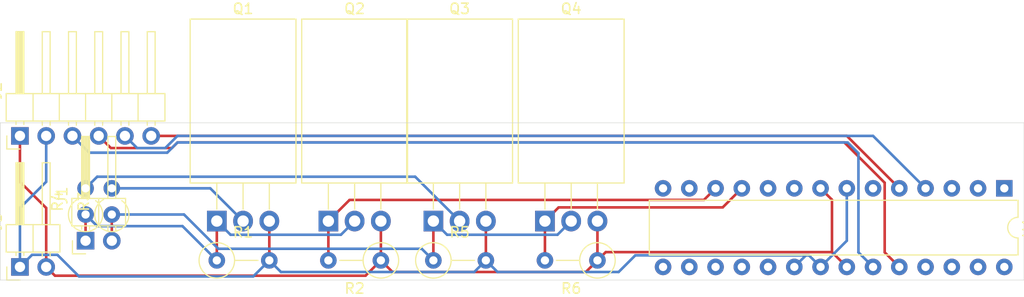
<source format=kicad_pcb>
(kicad_pcb (version 20171130) (host pcbnew "(5.1.6)-1")

  (general
    (thickness 1.6)
    (drawings 14)
    (tracks 89)
    (zones 0)
    (modules 14)
    (nets 30)
  )

  (page A4)
  (layers
    (0 F.Cu signal)
    (31 B.Cu signal)
    (32 B.Adhes user hide)
    (33 F.Adhes user hide)
    (34 B.Paste user hide)
    (35 F.Paste user hide)
    (36 B.SilkS user hide)
    (37 F.SilkS user hide)
    (38 B.Mask user hide)
    (39 F.Mask user hide)
    (40 Dwgs.User user hide)
    (41 Cmts.User user hide)
    (42 Eco1.User user hide)
    (43 Eco2.User user hide)
    (44 Edge.Cuts user)
    (45 Margin user hide)
    (46 B.CrtYd user hide)
    (47 F.CrtYd user hide)
    (48 B.Fab user hide)
    (49 F.Fab user hide)
  )

  (setup
    (last_trace_width 0.25)
    (trace_clearance 0.2)
    (zone_clearance 0.508)
    (zone_45_only no)
    (trace_min 0.2)
    (via_size 0.8)
    (via_drill 0.4)
    (via_min_size 0.4)
    (via_min_drill 0.3)
    (uvia_size 0.3)
    (uvia_drill 0.1)
    (uvias_allowed no)
    (uvia_min_size 0.2)
    (uvia_min_drill 0.1)
    (edge_width 0.05)
    (segment_width 0.2)
    (pcb_text_width 0.3)
    (pcb_text_size 1.5 1.5)
    (mod_edge_width 0.12)
    (mod_text_size 1 1)
    (mod_text_width 0.15)
    (pad_size 1.524 1.524)
    (pad_drill 0.762)
    (pad_to_mask_clearance 0.05)
    (aux_axis_origin 0 0)
    (visible_elements 7FFFF7FF)
    (pcbplotparams
      (layerselection 0x010fc_ffffffff)
      (usegerberextensions false)
      (usegerberattributes true)
      (usegerberadvancedattributes true)
      (creategerberjobfile true)
      (excludeedgelayer true)
      (linewidth 0.100000)
      (plotframeref false)
      (viasonmask false)
      (mode 1)
      (useauxorigin false)
      (hpglpennumber 1)
      (hpglpenspeed 20)
      (hpglpendiameter 15.000000)
      (psnegative false)
      (psa4output false)
      (plotreference true)
      (plotvalue true)
      (plotinvisibletext false)
      (padsonsilk false)
      (subtractmaskfromsilk false)
      (outputformat 1)
      (mirror false)
      (drillshape 1)
      (scaleselection 1)
      (outputdirectory ""))
  )

  (net 0 "")
  (net 1 "Net-(J1-Pad2)")
  (net 2 "Net-(J1-Pad1)")
  (net 3 GND)
  (net 4 +5V)
  (net 5 /bright)
  (net 6 /speed)
  (net 7 /fade)
  (net 8 /blink)
  (net 9 "Net-(Q1-Pad2)")
  (net 10 /led_A)
  (net 11 "Net-(Q3-Pad2)")
  (net 12 /led_B)
  (net 13 "Net-(U1-Pad1)")
  (net 14 "Net-(U1-Pad15)")
  (net 15 "Net-(U1-Pad2)")
  (net 16 "Net-(U1-Pad16)")
  (net 17 "Net-(U1-Pad3)")
  (net 18 "Net-(U1-Pad17)")
  (net 19 "Net-(U1-Pad18)")
  (net 20 "Net-(U1-Pad19)")
  (net 21 "Net-(U1-Pad6)")
  (net 22 "Net-(U1-Pad9)")
  (net 23 "Net-(U1-Pad10)")
  (net 24 "Net-(U1-Pad25)")
  (net 25 "Net-(U1-Pad26)")
  (net 26 "Net-(U1-Pad13)")
  (net 27 "Net-(U1-Pad27)")
  (net 28 "Net-(U1-Pad14)")
  (net 29 "Net-(U1-Pad28)")

  (net_class Default "This is the default net class."
    (clearance 0.2)
    (trace_width 0.25)
    (via_dia 0.8)
    (via_drill 0.4)
    (uvia_dia 0.3)
    (uvia_drill 0.1)
    (add_net +5V)
    (add_net /blink)
    (add_net /bright)
    (add_net /fade)
    (add_net /led_A)
    (add_net /led_B)
    (add_net /speed)
    (add_net GND)
    (add_net "Net-(J1-Pad1)")
    (add_net "Net-(J1-Pad2)")
    (add_net "Net-(Q1-Pad2)")
    (add_net "Net-(Q3-Pad2)")
    (add_net "Net-(U1-Pad1)")
    (add_net "Net-(U1-Pad10)")
    (add_net "Net-(U1-Pad13)")
    (add_net "Net-(U1-Pad14)")
    (add_net "Net-(U1-Pad15)")
    (add_net "Net-(U1-Pad16)")
    (add_net "Net-(U1-Pad17)")
    (add_net "Net-(U1-Pad18)")
    (add_net "Net-(U1-Pad19)")
    (add_net "Net-(U1-Pad2)")
    (add_net "Net-(U1-Pad25)")
    (add_net "Net-(U1-Pad26)")
    (add_net "Net-(U1-Pad27)")
    (add_net "Net-(U1-Pad28)")
    (add_net "Net-(U1-Pad3)")
    (add_net "Net-(U1-Pad6)")
    (add_net "Net-(U1-Pad9)")
  )

  (module Package_TO_SOT_THT:TO-220-3_Horizontal_TabDown (layer F.Cu) (tedit 5AC8BA0D) (tstamp 5FCD922A)
    (at 108.585 102.235)
    (descr "TO-220-3, Horizontal, RM 2.54mm, see https://www.vishay.com/docs/66542/to-220-1.pdf")
    (tags "TO-220-3 Horizontal RM 2.54mm")
    (path /5FBBB09F)
    (fp_text reference Q1 (at 2.54 -20.58) (layer F.SilkS)
      (effects (font (size 1 1) (thickness 0.15)))
    )
    (fp_text value PMOS (at 2.54 2) (layer F.Fab)
      (effects (font (size 1 1) (thickness 0.15)))
    )
    (fp_line (start 7.79 -19.71) (end -2.71 -19.71) (layer F.CrtYd) (width 0.05))
    (fp_line (start 7.79 1.25) (end 7.79 -19.71) (layer F.CrtYd) (width 0.05))
    (fp_line (start -2.71 1.25) (end 7.79 1.25) (layer F.CrtYd) (width 0.05))
    (fp_line (start -2.71 -19.71) (end -2.71 1.25) (layer F.CrtYd) (width 0.05))
    (fp_line (start 5.08 -3.69) (end 5.08 -1.15) (layer F.SilkS) (width 0.12))
    (fp_line (start 2.54 -3.69) (end 2.54 -1.15) (layer F.SilkS) (width 0.12))
    (fp_line (start 0 -3.69) (end 0 -1.15) (layer F.SilkS) (width 0.12))
    (fp_line (start 7.66 -19.58) (end 7.66 -3.69) (layer F.SilkS) (width 0.12))
    (fp_line (start -2.58 -19.58) (end -2.58 -3.69) (layer F.SilkS) (width 0.12))
    (fp_line (start -2.58 -19.58) (end 7.66 -19.58) (layer F.SilkS) (width 0.12))
    (fp_line (start -2.58 -3.69) (end 7.66 -3.69) (layer F.SilkS) (width 0.12))
    (fp_line (start 5.08 -3.81) (end 5.08 0) (layer F.Fab) (width 0.1))
    (fp_line (start 2.54 -3.81) (end 2.54 0) (layer F.Fab) (width 0.1))
    (fp_line (start 0 -3.81) (end 0 0) (layer F.Fab) (width 0.1))
    (fp_line (start 7.54 -3.81) (end -2.46 -3.81) (layer F.Fab) (width 0.1))
    (fp_line (start 7.54 -13.06) (end 7.54 -3.81) (layer F.Fab) (width 0.1))
    (fp_line (start -2.46 -13.06) (end 7.54 -13.06) (layer F.Fab) (width 0.1))
    (fp_line (start -2.46 -3.81) (end -2.46 -13.06) (layer F.Fab) (width 0.1))
    (fp_line (start 7.54 -13.06) (end -2.46 -13.06) (layer F.Fab) (width 0.1))
    (fp_line (start 7.54 -19.46) (end 7.54 -13.06) (layer F.Fab) (width 0.1))
    (fp_line (start -2.46 -19.46) (end 7.54 -19.46) (layer F.Fab) (width 0.1))
    (fp_line (start -2.46 -13.06) (end -2.46 -19.46) (layer F.Fab) (width 0.1))
    (fp_circle (center 2.54 -16.66) (end 4.39 -16.66) (layer F.Fab) (width 0.1))
    (fp_text user %R (at 2.54 -20.58) (layer F.Fab)
      (effects (font (size 1 1) (thickness 0.15)))
    )
    (pad "" np_thru_hole oval (at 2.54 -16.66) (size 3.5 3.5) (drill 3.5) (layers *.Cu *.Mask))
    (pad 1 thru_hole rect (at 0 0) (size 1.905 2) (drill 1.1) (layers *.Cu *.Mask)
      (net 2 "Net-(J1-Pad1)"))
    (pad 2 thru_hole oval (at 2.54 0) (size 1.905 2) (drill 1.1) (layers *.Cu *.Mask)
      (net 9 "Net-(Q1-Pad2)"))
    (pad 3 thru_hole oval (at 5.08 0) (size 1.905 2) (drill 1.1) (layers *.Cu *.Mask)
      (net 4 +5V))
    (model ${KISYS3DMOD}/Package_TO_SOT_THT.3dshapes/TO-220-3_Horizontal_TabDown.wrl
      (at (xyz 0 0 0))
      (scale (xyz 1 1 1))
      (rotate (xyz 0 0 0))
    )
  )

  (module Connector_PinHeader_2.54mm:PinHeader_1x02_P2.54mm_Horizontal (layer F.Cu) (tedit 59FED5CB) (tstamp 5FCD9DEF)
    (at 89.535 106.68 90)
    (descr "Through hole angled pin header, 1x02, 2.54mm pitch, 6mm pin length, single row")
    (tags "Through hole angled pin header THT 1x02 2.54mm single row")
    (path /5FC7E2E1)
    (fp_text reference J3 (at 4.385 -2.27 90) (layer F.SilkS)
      (effects (font (size 1 1) (thickness 0.15)))
    )
    (fp_text value PWR (at 4.385 4.81 90) (layer F.Fab)
      (effects (font (size 1 1) (thickness 0.15)))
    )
    (fp_line (start 10.55 -1.8) (end -1.8 -1.8) (layer F.CrtYd) (width 0.05))
    (fp_line (start 10.55 4.35) (end 10.55 -1.8) (layer F.CrtYd) (width 0.05))
    (fp_line (start -1.8 4.35) (end 10.55 4.35) (layer F.CrtYd) (width 0.05))
    (fp_line (start -1.8 -1.8) (end -1.8 4.35) (layer F.CrtYd) (width 0.05))
    (fp_line (start -1.27 -1.27) (end 0 -1.27) (layer F.SilkS) (width 0.12))
    (fp_line (start -1.27 0) (end -1.27 -1.27) (layer F.SilkS) (width 0.12))
    (fp_line (start 1.042929 2.92) (end 1.44 2.92) (layer F.SilkS) (width 0.12))
    (fp_line (start 1.042929 2.16) (end 1.44 2.16) (layer F.SilkS) (width 0.12))
    (fp_line (start 10.1 2.92) (end 4.1 2.92) (layer F.SilkS) (width 0.12))
    (fp_line (start 10.1 2.16) (end 10.1 2.92) (layer F.SilkS) (width 0.12))
    (fp_line (start 4.1 2.16) (end 10.1 2.16) (layer F.SilkS) (width 0.12))
    (fp_line (start 1.44 1.27) (end 4.1 1.27) (layer F.SilkS) (width 0.12))
    (fp_line (start 1.11 0.38) (end 1.44 0.38) (layer F.SilkS) (width 0.12))
    (fp_line (start 1.11 -0.38) (end 1.44 -0.38) (layer F.SilkS) (width 0.12))
    (fp_line (start 4.1 0.28) (end 10.1 0.28) (layer F.SilkS) (width 0.12))
    (fp_line (start 4.1 0.16) (end 10.1 0.16) (layer F.SilkS) (width 0.12))
    (fp_line (start 4.1 0.04) (end 10.1 0.04) (layer F.SilkS) (width 0.12))
    (fp_line (start 4.1 -0.08) (end 10.1 -0.08) (layer F.SilkS) (width 0.12))
    (fp_line (start 4.1 -0.2) (end 10.1 -0.2) (layer F.SilkS) (width 0.12))
    (fp_line (start 4.1 -0.32) (end 10.1 -0.32) (layer F.SilkS) (width 0.12))
    (fp_line (start 10.1 0.38) (end 4.1 0.38) (layer F.SilkS) (width 0.12))
    (fp_line (start 10.1 -0.38) (end 10.1 0.38) (layer F.SilkS) (width 0.12))
    (fp_line (start 4.1 -0.38) (end 10.1 -0.38) (layer F.SilkS) (width 0.12))
    (fp_line (start 4.1 -1.33) (end 1.44 -1.33) (layer F.SilkS) (width 0.12))
    (fp_line (start 4.1 3.87) (end 4.1 -1.33) (layer F.SilkS) (width 0.12))
    (fp_line (start 1.44 3.87) (end 4.1 3.87) (layer F.SilkS) (width 0.12))
    (fp_line (start 1.44 -1.33) (end 1.44 3.87) (layer F.SilkS) (width 0.12))
    (fp_line (start 4.04 2.86) (end 10.04 2.86) (layer F.Fab) (width 0.1))
    (fp_line (start 10.04 2.22) (end 10.04 2.86) (layer F.Fab) (width 0.1))
    (fp_line (start 4.04 2.22) (end 10.04 2.22) (layer F.Fab) (width 0.1))
    (fp_line (start -0.32 2.86) (end 1.5 2.86) (layer F.Fab) (width 0.1))
    (fp_line (start -0.32 2.22) (end -0.32 2.86) (layer F.Fab) (width 0.1))
    (fp_line (start -0.32 2.22) (end 1.5 2.22) (layer F.Fab) (width 0.1))
    (fp_line (start 4.04 0.32) (end 10.04 0.32) (layer F.Fab) (width 0.1))
    (fp_line (start 10.04 -0.32) (end 10.04 0.32) (layer F.Fab) (width 0.1))
    (fp_line (start 4.04 -0.32) (end 10.04 -0.32) (layer F.Fab) (width 0.1))
    (fp_line (start -0.32 0.32) (end 1.5 0.32) (layer F.Fab) (width 0.1))
    (fp_line (start -0.32 -0.32) (end -0.32 0.32) (layer F.Fab) (width 0.1))
    (fp_line (start -0.32 -0.32) (end 1.5 -0.32) (layer F.Fab) (width 0.1))
    (fp_line (start 1.5 -0.635) (end 2.135 -1.27) (layer F.Fab) (width 0.1))
    (fp_line (start 1.5 3.81) (end 1.5 -0.635) (layer F.Fab) (width 0.1))
    (fp_line (start 4.04 3.81) (end 1.5 3.81) (layer F.Fab) (width 0.1))
    (fp_line (start 4.04 -1.27) (end 4.04 3.81) (layer F.Fab) (width 0.1))
    (fp_line (start 2.135 -1.27) (end 4.04 -1.27) (layer F.Fab) (width 0.1))
    (fp_text user %R (at 2.77 1.27) (layer F.Fab)
      (effects (font (size 1 1) (thickness 0.15)))
    )
    (pad 1 thru_hole rect (at 0 0 90) (size 1.7 1.7) (drill 1) (layers *.Cu *.Mask)
      (net 4 +5V))
    (pad 2 thru_hole oval (at 0 2.54 90) (size 1.7 1.7) (drill 1) (layers *.Cu *.Mask)
      (net 3 GND))
    (model ${KISYS3DMOD}/Connector_PinHeader_2.54mm.3dshapes/PinHeader_1x02_P2.54mm_Horizontal.wrl
      (at (xyz 0 0 0))
      (scale (xyz 1 1 1))
      (rotate (xyz 0 0 0))
    )
  )

  (module Package_DIP:DIP-28_W7.62mm (layer F.Cu) (tedit 5A02E8C5) (tstamp 5FCD9866)
    (at 184.785 99.06 270)
    (descr "28-lead though-hole mounted DIP package, row spacing 7.62 mm (300 mils)")
    (tags "THT DIP DIL PDIP 2.54mm 7.62mm 300mil")
    (path /5FC46A39)
    (fp_text reference U1 (at 3.81 -2.33 90) (layer F.SilkS)
      (effects (font (size 1 1) (thickness 0.15)))
    )
    (fp_text value ATmega328-PU (at 3.81 35.35 90) (layer F.Fab)
      (effects (font (size 1 1) (thickness 0.15)))
    )
    (fp_line (start 8.7 -1.55) (end -1.1 -1.55) (layer F.CrtYd) (width 0.05))
    (fp_line (start 8.7 34.55) (end 8.7 -1.55) (layer F.CrtYd) (width 0.05))
    (fp_line (start -1.1 34.55) (end 8.7 34.55) (layer F.CrtYd) (width 0.05))
    (fp_line (start -1.1 -1.55) (end -1.1 34.55) (layer F.CrtYd) (width 0.05))
    (fp_line (start 6.46 -1.33) (end 4.81 -1.33) (layer F.SilkS) (width 0.12))
    (fp_line (start 6.46 34.35) (end 6.46 -1.33) (layer F.SilkS) (width 0.12))
    (fp_line (start 1.16 34.35) (end 6.46 34.35) (layer F.SilkS) (width 0.12))
    (fp_line (start 1.16 -1.33) (end 1.16 34.35) (layer F.SilkS) (width 0.12))
    (fp_line (start 2.81 -1.33) (end 1.16 -1.33) (layer F.SilkS) (width 0.12))
    (fp_line (start 0.635 -0.27) (end 1.635 -1.27) (layer F.Fab) (width 0.1))
    (fp_line (start 0.635 34.29) (end 0.635 -0.27) (layer F.Fab) (width 0.1))
    (fp_line (start 6.985 34.29) (end 0.635 34.29) (layer F.Fab) (width 0.1))
    (fp_line (start 6.985 -1.27) (end 6.985 34.29) (layer F.Fab) (width 0.1))
    (fp_line (start 1.635 -1.27) (end 6.985 -1.27) (layer F.Fab) (width 0.1))
    (fp_arc (start 3.81 -1.33) (end 2.81 -1.33) (angle -180) (layer F.SilkS) (width 0.12))
    (fp_text user %R (at 3.81 16.51 90) (layer F.Fab)
      (effects (font (size 1 1) (thickness 0.15)))
    )
    (pad 1 thru_hole rect (at 0 0 270) (size 1.6 1.6) (drill 0.8) (layers *.Cu *.Mask)
      (net 13 "Net-(U1-Pad1)"))
    (pad 15 thru_hole oval (at 7.62 33.02 270) (size 1.6 1.6) (drill 0.8) (layers *.Cu *.Mask)
      (net 14 "Net-(U1-Pad15)"))
    (pad 2 thru_hole oval (at 0 2.54 270) (size 1.6 1.6) (drill 0.8) (layers *.Cu *.Mask)
      (net 15 "Net-(U1-Pad2)"))
    (pad 16 thru_hole oval (at 7.62 30.48 270) (size 1.6 1.6) (drill 0.8) (layers *.Cu *.Mask)
      (net 16 "Net-(U1-Pad16)"))
    (pad 3 thru_hole oval (at 0 5.08 270) (size 1.6 1.6) (drill 0.8) (layers *.Cu *.Mask)
      (net 17 "Net-(U1-Pad3)"))
    (pad 17 thru_hole oval (at 7.62 27.94 270) (size 1.6 1.6) (drill 0.8) (layers *.Cu *.Mask)
      (net 18 "Net-(U1-Pad17)"))
    (pad 4 thru_hole oval (at 0 7.62 270) (size 1.6 1.6) (drill 0.8) (layers *.Cu *.Mask)
      (net 7 /fade))
    (pad 18 thru_hole oval (at 7.62 25.4 270) (size 1.6 1.6) (drill 0.8) (layers *.Cu *.Mask)
      (net 19 "Net-(U1-Pad18)"))
    (pad 5 thru_hole oval (at 0 10.16 270) (size 1.6 1.6) (drill 0.8) (layers *.Cu *.Mask)
      (net 8 /blink))
    (pad 19 thru_hole oval (at 7.62 22.86 270) (size 1.6 1.6) (drill 0.8) (layers *.Cu *.Mask)
      (net 20 "Net-(U1-Pad19)"))
    (pad 6 thru_hole oval (at 0 12.7 270) (size 1.6 1.6) (drill 0.8) (layers *.Cu *.Mask)
      (net 21 "Net-(U1-Pad6)"))
    (pad 20 thru_hole oval (at 7.62 20.32 270) (size 1.6 1.6) (drill 0.8) (layers *.Cu *.Mask)
      (net 4 +5V))
    (pad 7 thru_hole oval (at 0 15.24 270) (size 1.6 1.6) (drill 0.8) (layers *.Cu *.Mask)
      (net 4 +5V))
    (pad 21 thru_hole oval (at 7.62 17.78 270) (size 1.6 1.6) (drill 0.8) (layers *.Cu *.Mask)
      (net 4 +5V))
    (pad 8 thru_hole oval (at 0 17.78 270) (size 1.6 1.6) (drill 0.8) (layers *.Cu *.Mask)
      (net 3 GND))
    (pad 22 thru_hole oval (at 7.62 15.24 270) (size 1.6 1.6) (drill 0.8) (layers *.Cu *.Mask)
      (net 3 GND))
    (pad 9 thru_hole oval (at 0 20.32 270) (size 1.6 1.6) (drill 0.8) (layers *.Cu *.Mask)
      (net 22 "Net-(U1-Pad9)"))
    (pad 23 thru_hole oval (at 7.62 12.7 270) (size 1.6 1.6) (drill 0.8) (layers *.Cu *.Mask)
      (net 5 /bright))
    (pad 10 thru_hole oval (at 0 22.86 270) (size 1.6 1.6) (drill 0.8) (layers *.Cu *.Mask)
      (net 23 "Net-(U1-Pad10)"))
    (pad 24 thru_hole oval (at 7.62 10.16 270) (size 1.6 1.6) (drill 0.8) (layers *.Cu *.Mask)
      (net 6 /speed))
    (pad 11 thru_hole oval (at 0 25.4 270) (size 1.6 1.6) (drill 0.8) (layers *.Cu *.Mask)
      (net 12 /led_B))
    (pad 25 thru_hole oval (at 7.62 7.62 270) (size 1.6 1.6) (drill 0.8) (layers *.Cu *.Mask)
      (net 24 "Net-(U1-Pad25)"))
    (pad 12 thru_hole oval (at 0 27.94 270) (size 1.6 1.6) (drill 0.8) (layers *.Cu *.Mask)
      (net 10 /led_A))
    (pad 26 thru_hole oval (at 7.62 5.08 270) (size 1.6 1.6) (drill 0.8) (layers *.Cu *.Mask)
      (net 25 "Net-(U1-Pad26)"))
    (pad 13 thru_hole oval (at 0 30.48 270) (size 1.6 1.6) (drill 0.8) (layers *.Cu *.Mask)
      (net 26 "Net-(U1-Pad13)"))
    (pad 27 thru_hole oval (at 7.62 2.54 270) (size 1.6 1.6) (drill 0.8) (layers *.Cu *.Mask)
      (net 27 "Net-(U1-Pad27)"))
    (pad 14 thru_hole oval (at 0 33.02 270) (size 1.6 1.6) (drill 0.8) (layers *.Cu *.Mask)
      (net 28 "Net-(U1-Pad14)"))
    (pad 28 thru_hole oval (at 7.62 0 270) (size 1.6 1.6) (drill 0.8) (layers *.Cu *.Mask)
      (net 29 "Net-(U1-Pad28)"))
    (model ${KISYS3DMOD}/Package_DIP.3dshapes/DIP-28_W7.62mm.wrl
      (at (xyz 0 0 0))
      (scale (xyz 1 1 1))
      (rotate (xyz 0 0 0))
    )
  )

  (module Package_TO_SOT_THT:TO-220-3_Horizontal_TabDown (layer F.Cu) (tedit 5AC8BA0D) (tstamp 5FCD87CB)
    (at 140.335 102.235)
    (descr "TO-220-3, Horizontal, RM 2.54mm, see https://www.vishay.com/docs/66542/to-220-1.pdf")
    (tags "TO-220-3 Horizontal RM 2.54mm")
    (path /5FBCAFA6)
    (fp_text reference Q4 (at 2.54 -20.58) (layer F.SilkS)
      (effects (font (size 1 1) (thickness 0.15)))
    )
    (fp_text value NMOS (at 2.54 2) (layer F.Fab)
      (effects (font (size 1 1) (thickness 0.15)))
    )
    (fp_circle (center 2.54 -16.66) (end 4.39 -16.66) (layer F.Fab) (width 0.1))
    (fp_line (start -2.46 -13.06) (end -2.46 -19.46) (layer F.Fab) (width 0.1))
    (fp_line (start -2.46 -19.46) (end 7.54 -19.46) (layer F.Fab) (width 0.1))
    (fp_line (start 7.54 -19.46) (end 7.54 -13.06) (layer F.Fab) (width 0.1))
    (fp_line (start 7.54 -13.06) (end -2.46 -13.06) (layer F.Fab) (width 0.1))
    (fp_line (start -2.46 -3.81) (end -2.46 -13.06) (layer F.Fab) (width 0.1))
    (fp_line (start -2.46 -13.06) (end 7.54 -13.06) (layer F.Fab) (width 0.1))
    (fp_line (start 7.54 -13.06) (end 7.54 -3.81) (layer F.Fab) (width 0.1))
    (fp_line (start 7.54 -3.81) (end -2.46 -3.81) (layer F.Fab) (width 0.1))
    (fp_line (start 0 -3.81) (end 0 0) (layer F.Fab) (width 0.1))
    (fp_line (start 2.54 -3.81) (end 2.54 0) (layer F.Fab) (width 0.1))
    (fp_line (start 5.08 -3.81) (end 5.08 0) (layer F.Fab) (width 0.1))
    (fp_line (start -2.58 -3.69) (end 7.66 -3.69) (layer F.SilkS) (width 0.12))
    (fp_line (start -2.58 -19.58) (end 7.66 -19.58) (layer F.SilkS) (width 0.12))
    (fp_line (start -2.58 -19.58) (end -2.58 -3.69) (layer F.SilkS) (width 0.12))
    (fp_line (start 7.66 -19.58) (end 7.66 -3.69) (layer F.SilkS) (width 0.12))
    (fp_line (start 0 -3.69) (end 0 -1.15) (layer F.SilkS) (width 0.12))
    (fp_line (start 2.54 -3.69) (end 2.54 -1.15) (layer F.SilkS) (width 0.12))
    (fp_line (start 5.08 -3.69) (end 5.08 -1.15) (layer F.SilkS) (width 0.12))
    (fp_line (start -2.71 -19.71) (end -2.71 1.25) (layer F.CrtYd) (width 0.05))
    (fp_line (start -2.71 1.25) (end 7.79 1.25) (layer F.CrtYd) (width 0.05))
    (fp_line (start 7.79 1.25) (end 7.79 -19.71) (layer F.CrtYd) (width 0.05))
    (fp_line (start 7.79 -19.71) (end -2.71 -19.71) (layer F.CrtYd) (width 0.05))
    (fp_text user %R (at 2.54 -20.58) (layer F.Fab)
      (effects (font (size 1 1) (thickness 0.15)))
    )
    (pad 3 thru_hole oval (at 5.08 0) (size 1.905 2) (drill 1.1) (layers *.Cu *.Mask)
      (net 3 GND))
    (pad 2 thru_hole oval (at 2.54 0) (size 1.905 2) (drill 1.1) (layers *.Cu *.Mask)
      (net 1 "Net-(J1-Pad2)"))
    (pad 1 thru_hole rect (at 0 0) (size 1.905 2) (drill 1.1) (layers *.Cu *.Mask)
      (net 12 /led_B))
    (pad "" np_thru_hole oval (at 2.54 -16.66) (size 3.5 3.5) (drill 3.5) (layers *.Cu *.Mask))
    (model ${KISYS3DMOD}/Package_TO_SOT_THT.3dshapes/TO-220-3_Horizontal_TabDown.wrl
      (at (xyz 0 0 0))
      (scale (xyz 1 1 1))
      (rotate (xyz 0 0 0))
    )
  )

  (module Connector_PinHeader_2.54mm:PinHeader_1x02_P2.54mm_Horizontal (layer F.Cu) (tedit 59FED5CB) (tstamp 5FCD86B1)
    (at 95.885 104.14 90)
    (descr "Through hole angled pin header, 1x02, 2.54mm pitch, 6mm pin length, single row")
    (tags "Through hole angled pin header THT 1x02 2.54mm single row")
    (path /5FC848C3)
    (fp_text reference J1 (at 4.385 -2.27 90) (layer F.SilkS)
      (effects (font (size 1 1) (thickness 0.15)))
    )
    (fp_text value LED (at 4.385 4.81 90) (layer F.Fab)
      (effects (font (size 1 1) (thickness 0.15)))
    )
    (fp_line (start 2.135 -1.27) (end 4.04 -1.27) (layer F.Fab) (width 0.1))
    (fp_line (start 4.04 -1.27) (end 4.04 3.81) (layer F.Fab) (width 0.1))
    (fp_line (start 4.04 3.81) (end 1.5 3.81) (layer F.Fab) (width 0.1))
    (fp_line (start 1.5 3.81) (end 1.5 -0.635) (layer F.Fab) (width 0.1))
    (fp_line (start 1.5 -0.635) (end 2.135 -1.27) (layer F.Fab) (width 0.1))
    (fp_line (start -0.32 -0.32) (end 1.5 -0.32) (layer F.Fab) (width 0.1))
    (fp_line (start -0.32 -0.32) (end -0.32 0.32) (layer F.Fab) (width 0.1))
    (fp_line (start -0.32 0.32) (end 1.5 0.32) (layer F.Fab) (width 0.1))
    (fp_line (start 4.04 -0.32) (end 10.04 -0.32) (layer F.Fab) (width 0.1))
    (fp_line (start 10.04 -0.32) (end 10.04 0.32) (layer F.Fab) (width 0.1))
    (fp_line (start 4.04 0.32) (end 10.04 0.32) (layer F.Fab) (width 0.1))
    (fp_line (start -0.32 2.22) (end 1.5 2.22) (layer F.Fab) (width 0.1))
    (fp_line (start -0.32 2.22) (end -0.32 2.86) (layer F.Fab) (width 0.1))
    (fp_line (start -0.32 2.86) (end 1.5 2.86) (layer F.Fab) (width 0.1))
    (fp_line (start 4.04 2.22) (end 10.04 2.22) (layer F.Fab) (width 0.1))
    (fp_line (start 10.04 2.22) (end 10.04 2.86) (layer F.Fab) (width 0.1))
    (fp_line (start 4.04 2.86) (end 10.04 2.86) (layer F.Fab) (width 0.1))
    (fp_line (start 1.44 -1.33) (end 1.44 3.87) (layer F.SilkS) (width 0.12))
    (fp_line (start 1.44 3.87) (end 4.1 3.87) (layer F.SilkS) (width 0.12))
    (fp_line (start 4.1 3.87) (end 4.1 -1.33) (layer F.SilkS) (width 0.12))
    (fp_line (start 4.1 -1.33) (end 1.44 -1.33) (layer F.SilkS) (width 0.12))
    (fp_line (start 4.1 -0.38) (end 10.1 -0.38) (layer F.SilkS) (width 0.12))
    (fp_line (start 10.1 -0.38) (end 10.1 0.38) (layer F.SilkS) (width 0.12))
    (fp_line (start 10.1 0.38) (end 4.1 0.38) (layer F.SilkS) (width 0.12))
    (fp_line (start 4.1 -0.32) (end 10.1 -0.32) (layer F.SilkS) (width 0.12))
    (fp_line (start 4.1 -0.2) (end 10.1 -0.2) (layer F.SilkS) (width 0.12))
    (fp_line (start 4.1 -0.08) (end 10.1 -0.08) (layer F.SilkS) (width 0.12))
    (fp_line (start 4.1 0.04) (end 10.1 0.04) (layer F.SilkS) (width 0.12))
    (fp_line (start 4.1 0.16) (end 10.1 0.16) (layer F.SilkS) (width 0.12))
    (fp_line (start 4.1 0.28) (end 10.1 0.28) (layer F.SilkS) (width 0.12))
    (fp_line (start 1.11 -0.38) (end 1.44 -0.38) (layer F.SilkS) (width 0.12))
    (fp_line (start 1.11 0.38) (end 1.44 0.38) (layer F.SilkS) (width 0.12))
    (fp_line (start 1.44 1.27) (end 4.1 1.27) (layer F.SilkS) (width 0.12))
    (fp_line (start 4.1 2.16) (end 10.1 2.16) (layer F.SilkS) (width 0.12))
    (fp_line (start 10.1 2.16) (end 10.1 2.92) (layer F.SilkS) (width 0.12))
    (fp_line (start 10.1 2.92) (end 4.1 2.92) (layer F.SilkS) (width 0.12))
    (fp_line (start 1.042929 2.16) (end 1.44 2.16) (layer F.SilkS) (width 0.12))
    (fp_line (start 1.042929 2.92) (end 1.44 2.92) (layer F.SilkS) (width 0.12))
    (fp_line (start -1.27 0) (end -1.27 -1.27) (layer F.SilkS) (width 0.12))
    (fp_line (start -1.27 -1.27) (end 0 -1.27) (layer F.SilkS) (width 0.12))
    (fp_line (start -1.8 -1.8) (end -1.8 4.35) (layer F.CrtYd) (width 0.05))
    (fp_line (start -1.8 4.35) (end 10.55 4.35) (layer F.CrtYd) (width 0.05))
    (fp_line (start 10.55 4.35) (end 10.55 -1.8) (layer F.CrtYd) (width 0.05))
    (fp_line (start 10.55 -1.8) (end -1.8 -1.8) (layer F.CrtYd) (width 0.05))
    (fp_text user %R (at 2.77 1.27) (layer F.Fab)
      (effects (font (size 1 1) (thickness 0.15)))
    )
    (pad 2 thru_hole oval (at 0 2.54 90) (size 1.7 1.7) (drill 1) (layers *.Cu *.Mask)
      (net 1 "Net-(J1-Pad2)"))
    (pad 1 thru_hole rect (at 0 0 90) (size 1.7 1.7) (drill 1) (layers *.Cu *.Mask)
      (net 2 "Net-(J1-Pad1)"))
    (model ${KISYS3DMOD}/Connector_PinHeader_2.54mm.3dshapes/PinHeader_1x02_P2.54mm_Horizontal.wrl
      (at (xyz 0 0 0))
      (scale (xyz 1 1 1))
      (rotate (xyz 0 0 0))
    )
  )

  (module Connector_PinHeader_2.54mm:PinHeader_1x06_P2.54mm_Horizontal (layer F.Cu) (tedit 59FED5CB) (tstamp 5FCD8718)
    (at 89.535 93.98 90)
    (descr "Through hole angled pin header, 1x06, 2.54mm pitch, 6mm pin length, single row")
    (tags "Through hole angled pin header THT 1x06 2.54mm single row")
    (path /5FCD4E8C)
    (fp_text reference J2 (at 4.385 -2.27 90) (layer F.SilkS)
      (effects (font (size 1 1) (thickness 0.15)))
    )
    (fp_text value panel (at 4.385 14.97 90) (layer F.Fab)
      (effects (font (size 1 1) (thickness 0.15)))
    )
    (fp_line (start 10.55 -1.8) (end -1.8 -1.8) (layer F.CrtYd) (width 0.05))
    (fp_line (start 10.55 14.5) (end 10.55 -1.8) (layer F.CrtYd) (width 0.05))
    (fp_line (start -1.8 14.5) (end 10.55 14.5) (layer F.CrtYd) (width 0.05))
    (fp_line (start -1.8 -1.8) (end -1.8 14.5) (layer F.CrtYd) (width 0.05))
    (fp_line (start -1.27 -1.27) (end 0 -1.27) (layer F.SilkS) (width 0.12))
    (fp_line (start -1.27 0) (end -1.27 -1.27) (layer F.SilkS) (width 0.12))
    (fp_line (start 1.042929 13.08) (end 1.44 13.08) (layer F.SilkS) (width 0.12))
    (fp_line (start 1.042929 12.32) (end 1.44 12.32) (layer F.SilkS) (width 0.12))
    (fp_line (start 10.1 13.08) (end 4.1 13.08) (layer F.SilkS) (width 0.12))
    (fp_line (start 10.1 12.32) (end 10.1 13.08) (layer F.SilkS) (width 0.12))
    (fp_line (start 4.1 12.32) (end 10.1 12.32) (layer F.SilkS) (width 0.12))
    (fp_line (start 1.44 11.43) (end 4.1 11.43) (layer F.SilkS) (width 0.12))
    (fp_line (start 1.042929 10.54) (end 1.44 10.54) (layer F.SilkS) (width 0.12))
    (fp_line (start 1.042929 9.78) (end 1.44 9.78) (layer F.SilkS) (width 0.12))
    (fp_line (start 10.1 10.54) (end 4.1 10.54) (layer F.SilkS) (width 0.12))
    (fp_line (start 10.1 9.78) (end 10.1 10.54) (layer F.SilkS) (width 0.12))
    (fp_line (start 4.1 9.78) (end 10.1 9.78) (layer F.SilkS) (width 0.12))
    (fp_line (start 1.44 8.89) (end 4.1 8.89) (layer F.SilkS) (width 0.12))
    (fp_line (start 1.042929 8) (end 1.44 8) (layer F.SilkS) (width 0.12))
    (fp_line (start 1.042929 7.24) (end 1.44 7.24) (layer F.SilkS) (width 0.12))
    (fp_line (start 10.1 8) (end 4.1 8) (layer F.SilkS) (width 0.12))
    (fp_line (start 10.1 7.24) (end 10.1 8) (layer F.SilkS) (width 0.12))
    (fp_line (start 4.1 7.24) (end 10.1 7.24) (layer F.SilkS) (width 0.12))
    (fp_line (start 1.44 6.35) (end 4.1 6.35) (layer F.SilkS) (width 0.12))
    (fp_line (start 1.042929 5.46) (end 1.44 5.46) (layer F.SilkS) (width 0.12))
    (fp_line (start 1.042929 4.7) (end 1.44 4.7) (layer F.SilkS) (width 0.12))
    (fp_line (start 10.1 5.46) (end 4.1 5.46) (layer F.SilkS) (width 0.12))
    (fp_line (start 10.1 4.7) (end 10.1 5.46) (layer F.SilkS) (width 0.12))
    (fp_line (start 4.1 4.7) (end 10.1 4.7) (layer F.SilkS) (width 0.12))
    (fp_line (start 1.44 3.81) (end 4.1 3.81) (layer F.SilkS) (width 0.12))
    (fp_line (start 1.042929 2.92) (end 1.44 2.92) (layer F.SilkS) (width 0.12))
    (fp_line (start 1.042929 2.16) (end 1.44 2.16) (layer F.SilkS) (width 0.12))
    (fp_line (start 10.1 2.92) (end 4.1 2.92) (layer F.SilkS) (width 0.12))
    (fp_line (start 10.1 2.16) (end 10.1 2.92) (layer F.SilkS) (width 0.12))
    (fp_line (start 4.1 2.16) (end 10.1 2.16) (layer F.SilkS) (width 0.12))
    (fp_line (start 1.44 1.27) (end 4.1 1.27) (layer F.SilkS) (width 0.12))
    (fp_line (start 1.11 0.38) (end 1.44 0.38) (layer F.SilkS) (width 0.12))
    (fp_line (start 1.11 -0.38) (end 1.44 -0.38) (layer F.SilkS) (width 0.12))
    (fp_line (start 4.1 0.28) (end 10.1 0.28) (layer F.SilkS) (width 0.12))
    (fp_line (start 4.1 0.16) (end 10.1 0.16) (layer F.SilkS) (width 0.12))
    (fp_line (start 4.1 0.04) (end 10.1 0.04) (layer F.SilkS) (width 0.12))
    (fp_line (start 4.1 -0.08) (end 10.1 -0.08) (layer F.SilkS) (width 0.12))
    (fp_line (start 4.1 -0.2) (end 10.1 -0.2) (layer F.SilkS) (width 0.12))
    (fp_line (start 4.1 -0.32) (end 10.1 -0.32) (layer F.SilkS) (width 0.12))
    (fp_line (start 10.1 0.38) (end 4.1 0.38) (layer F.SilkS) (width 0.12))
    (fp_line (start 10.1 -0.38) (end 10.1 0.38) (layer F.SilkS) (width 0.12))
    (fp_line (start 4.1 -0.38) (end 10.1 -0.38) (layer F.SilkS) (width 0.12))
    (fp_line (start 4.1 -1.33) (end 1.44 -1.33) (layer F.SilkS) (width 0.12))
    (fp_line (start 4.1 14.03) (end 4.1 -1.33) (layer F.SilkS) (width 0.12))
    (fp_line (start 1.44 14.03) (end 4.1 14.03) (layer F.SilkS) (width 0.12))
    (fp_line (start 1.44 -1.33) (end 1.44 14.03) (layer F.SilkS) (width 0.12))
    (fp_line (start 4.04 13.02) (end 10.04 13.02) (layer F.Fab) (width 0.1))
    (fp_line (start 10.04 12.38) (end 10.04 13.02) (layer F.Fab) (width 0.1))
    (fp_line (start 4.04 12.38) (end 10.04 12.38) (layer F.Fab) (width 0.1))
    (fp_line (start -0.32 13.02) (end 1.5 13.02) (layer F.Fab) (width 0.1))
    (fp_line (start -0.32 12.38) (end -0.32 13.02) (layer F.Fab) (width 0.1))
    (fp_line (start -0.32 12.38) (end 1.5 12.38) (layer F.Fab) (width 0.1))
    (fp_line (start 4.04 10.48) (end 10.04 10.48) (layer F.Fab) (width 0.1))
    (fp_line (start 10.04 9.84) (end 10.04 10.48) (layer F.Fab) (width 0.1))
    (fp_line (start 4.04 9.84) (end 10.04 9.84) (layer F.Fab) (width 0.1))
    (fp_line (start -0.32 10.48) (end 1.5 10.48) (layer F.Fab) (width 0.1))
    (fp_line (start -0.32 9.84) (end -0.32 10.48) (layer F.Fab) (width 0.1))
    (fp_line (start -0.32 9.84) (end 1.5 9.84) (layer F.Fab) (width 0.1))
    (fp_line (start 4.04 7.94) (end 10.04 7.94) (layer F.Fab) (width 0.1))
    (fp_line (start 10.04 7.3) (end 10.04 7.94) (layer F.Fab) (width 0.1))
    (fp_line (start 4.04 7.3) (end 10.04 7.3) (layer F.Fab) (width 0.1))
    (fp_line (start -0.32 7.94) (end 1.5 7.94) (layer F.Fab) (width 0.1))
    (fp_line (start -0.32 7.3) (end -0.32 7.94) (layer F.Fab) (width 0.1))
    (fp_line (start -0.32 7.3) (end 1.5 7.3) (layer F.Fab) (width 0.1))
    (fp_line (start 4.04 5.4) (end 10.04 5.4) (layer F.Fab) (width 0.1))
    (fp_line (start 10.04 4.76) (end 10.04 5.4) (layer F.Fab) (width 0.1))
    (fp_line (start 4.04 4.76) (end 10.04 4.76) (layer F.Fab) (width 0.1))
    (fp_line (start -0.32 5.4) (end 1.5 5.4) (layer F.Fab) (width 0.1))
    (fp_line (start -0.32 4.76) (end -0.32 5.4) (layer F.Fab) (width 0.1))
    (fp_line (start -0.32 4.76) (end 1.5 4.76) (layer F.Fab) (width 0.1))
    (fp_line (start 4.04 2.86) (end 10.04 2.86) (layer F.Fab) (width 0.1))
    (fp_line (start 10.04 2.22) (end 10.04 2.86) (layer F.Fab) (width 0.1))
    (fp_line (start 4.04 2.22) (end 10.04 2.22) (layer F.Fab) (width 0.1))
    (fp_line (start -0.32 2.86) (end 1.5 2.86) (layer F.Fab) (width 0.1))
    (fp_line (start -0.32 2.22) (end -0.32 2.86) (layer F.Fab) (width 0.1))
    (fp_line (start -0.32 2.22) (end 1.5 2.22) (layer F.Fab) (width 0.1))
    (fp_line (start 4.04 0.32) (end 10.04 0.32) (layer F.Fab) (width 0.1))
    (fp_line (start 10.04 -0.32) (end 10.04 0.32) (layer F.Fab) (width 0.1))
    (fp_line (start 4.04 -0.32) (end 10.04 -0.32) (layer F.Fab) (width 0.1))
    (fp_line (start -0.32 0.32) (end 1.5 0.32) (layer F.Fab) (width 0.1))
    (fp_line (start -0.32 -0.32) (end -0.32 0.32) (layer F.Fab) (width 0.1))
    (fp_line (start -0.32 -0.32) (end 1.5 -0.32) (layer F.Fab) (width 0.1))
    (fp_line (start 1.5 -0.635) (end 2.135 -1.27) (layer F.Fab) (width 0.1))
    (fp_line (start 1.5 13.97) (end 1.5 -0.635) (layer F.Fab) (width 0.1))
    (fp_line (start 4.04 13.97) (end 1.5 13.97) (layer F.Fab) (width 0.1))
    (fp_line (start 4.04 -1.27) (end 4.04 13.97) (layer F.Fab) (width 0.1))
    (fp_line (start 2.135 -1.27) (end 4.04 -1.27) (layer F.Fab) (width 0.1))
    (fp_text user %R (at 2.77 6.35) (layer F.Fab)
      (effects (font (size 1 1) (thickness 0.15)))
    )
    (pad 1 thru_hole rect (at 0 0 90) (size 1.7 1.7) (drill 1) (layers *.Cu *.Mask)
      (net 3 GND))
    (pad 2 thru_hole oval (at 0 2.54 90) (size 1.7 1.7) (drill 1) (layers *.Cu *.Mask)
      (net 4 +5V))
    (pad 3 thru_hole oval (at 0 5.08 90) (size 1.7 1.7) (drill 1) (layers *.Cu *.Mask)
      (net 5 /bright))
    (pad 4 thru_hole oval (at 0 7.62 90) (size 1.7 1.7) (drill 1) (layers *.Cu *.Mask)
      (net 6 /speed))
    (pad 5 thru_hole oval (at 0 10.16 90) (size 1.7 1.7) (drill 1) (layers *.Cu *.Mask)
      (net 7 /fade))
    (pad 6 thru_hole oval (at 0 12.7 90) (size 1.7 1.7) (drill 1) (layers *.Cu *.Mask)
      (net 8 /blink))
    (model ${KISYS3DMOD}/Connector_PinHeader_2.54mm.3dshapes/PinHeader_1x06_P2.54mm_Horizontal.wrl
      (at (xyz 0 0 0))
      (scale (xyz 1 1 1))
      (rotate (xyz 0 0 0))
    )
  )

  (module Package_TO_SOT_THT:TO-220-3_Horizontal_TabDown (layer F.Cu) (tedit 5AC8BA0D) (tstamp 5FCD95A6)
    (at 119.38 102.235)
    (descr "TO-220-3, Horizontal, RM 2.54mm, see https://www.vishay.com/docs/66542/to-220-1.pdf")
    (tags "TO-220-3 Horizontal RM 2.54mm")
    (path /5FBBBE00)
    (fp_text reference Q2 (at 2.54 -20.58) (layer F.SilkS)
      (effects (font (size 1 1) (thickness 0.15)))
    )
    (fp_text value NMOS (at 2.54 2) (layer F.Fab)
      (effects (font (size 1 1) (thickness 0.15)))
    )
    (fp_circle (center 2.54 -16.66) (end 4.39 -16.66) (layer F.Fab) (width 0.1))
    (fp_line (start -2.46 -13.06) (end -2.46 -19.46) (layer F.Fab) (width 0.1))
    (fp_line (start -2.46 -19.46) (end 7.54 -19.46) (layer F.Fab) (width 0.1))
    (fp_line (start 7.54 -19.46) (end 7.54 -13.06) (layer F.Fab) (width 0.1))
    (fp_line (start 7.54 -13.06) (end -2.46 -13.06) (layer F.Fab) (width 0.1))
    (fp_line (start -2.46 -3.81) (end -2.46 -13.06) (layer F.Fab) (width 0.1))
    (fp_line (start -2.46 -13.06) (end 7.54 -13.06) (layer F.Fab) (width 0.1))
    (fp_line (start 7.54 -13.06) (end 7.54 -3.81) (layer F.Fab) (width 0.1))
    (fp_line (start 7.54 -3.81) (end -2.46 -3.81) (layer F.Fab) (width 0.1))
    (fp_line (start 0 -3.81) (end 0 0) (layer F.Fab) (width 0.1))
    (fp_line (start 2.54 -3.81) (end 2.54 0) (layer F.Fab) (width 0.1))
    (fp_line (start 5.08 -3.81) (end 5.08 0) (layer F.Fab) (width 0.1))
    (fp_line (start -2.58 -3.69) (end 7.66 -3.69) (layer F.SilkS) (width 0.12))
    (fp_line (start -2.58 -19.58) (end 7.66 -19.58) (layer F.SilkS) (width 0.12))
    (fp_line (start -2.58 -19.58) (end -2.58 -3.69) (layer F.SilkS) (width 0.12))
    (fp_line (start 7.66 -19.58) (end 7.66 -3.69) (layer F.SilkS) (width 0.12))
    (fp_line (start 0 -3.69) (end 0 -1.15) (layer F.SilkS) (width 0.12))
    (fp_line (start 2.54 -3.69) (end 2.54 -1.15) (layer F.SilkS) (width 0.12))
    (fp_line (start 5.08 -3.69) (end 5.08 -1.15) (layer F.SilkS) (width 0.12))
    (fp_line (start -2.71 -19.71) (end -2.71 1.25) (layer F.CrtYd) (width 0.05))
    (fp_line (start -2.71 1.25) (end 7.79 1.25) (layer F.CrtYd) (width 0.05))
    (fp_line (start 7.79 1.25) (end 7.79 -19.71) (layer F.CrtYd) (width 0.05))
    (fp_line (start 7.79 -19.71) (end -2.71 -19.71) (layer F.CrtYd) (width 0.05))
    (fp_text user %R (at 2.54 -20.58) (layer F.Fab)
      (effects (font (size 1 1) (thickness 0.15)))
    )
    (pad 3 thru_hole oval (at 5.08 0) (size 1.905 2) (drill 1.1) (layers *.Cu *.Mask)
      (net 3 GND))
    (pad 2 thru_hole oval (at 2.54 0) (size 1.905 2) (drill 1.1) (layers *.Cu *.Mask)
      (net 2 "Net-(J1-Pad1)"))
    (pad 1 thru_hole rect (at 0 0) (size 1.905 2) (drill 1.1) (layers *.Cu *.Mask)
      (net 10 /led_A))
    (pad "" np_thru_hole oval (at 2.54 -16.66) (size 3.5 3.5) (drill 3.5) (layers *.Cu *.Mask))
    (model ${KISYS3DMOD}/Package_TO_SOT_THT.3dshapes/TO-220-3_Horizontal_TabDown.wrl
      (at (xyz 0 0 0))
      (scale (xyz 1 1 1))
      (rotate (xyz 0 0 0))
    )
  )

  (module Package_TO_SOT_THT:TO-220-3_Horizontal_TabDown (layer F.Cu) (tedit 5AC8BA0D) (tstamp 5FCD87AB)
    (at 129.54 102.235)
    (descr "TO-220-3, Horizontal, RM 2.54mm, see https://www.vishay.com/docs/66542/to-220-1.pdf")
    (tags "TO-220-3 Horizontal RM 2.54mm")
    (path /5FBCAF9C)
    (fp_text reference Q3 (at 2.54 -20.58) (layer F.SilkS)
      (effects (font (size 1 1) (thickness 0.15)))
    )
    (fp_text value PMOS (at 2.54 2) (layer F.Fab)
      (effects (font (size 1 1) (thickness 0.15)))
    )
    (fp_line (start 7.79 -19.71) (end -2.71 -19.71) (layer F.CrtYd) (width 0.05))
    (fp_line (start 7.79 1.25) (end 7.79 -19.71) (layer F.CrtYd) (width 0.05))
    (fp_line (start -2.71 1.25) (end 7.79 1.25) (layer F.CrtYd) (width 0.05))
    (fp_line (start -2.71 -19.71) (end -2.71 1.25) (layer F.CrtYd) (width 0.05))
    (fp_line (start 5.08 -3.69) (end 5.08 -1.15) (layer F.SilkS) (width 0.12))
    (fp_line (start 2.54 -3.69) (end 2.54 -1.15) (layer F.SilkS) (width 0.12))
    (fp_line (start 0 -3.69) (end 0 -1.15) (layer F.SilkS) (width 0.12))
    (fp_line (start 7.66 -19.58) (end 7.66 -3.69) (layer F.SilkS) (width 0.12))
    (fp_line (start -2.58 -19.58) (end -2.58 -3.69) (layer F.SilkS) (width 0.12))
    (fp_line (start -2.58 -19.58) (end 7.66 -19.58) (layer F.SilkS) (width 0.12))
    (fp_line (start -2.58 -3.69) (end 7.66 -3.69) (layer F.SilkS) (width 0.12))
    (fp_line (start 5.08 -3.81) (end 5.08 0) (layer F.Fab) (width 0.1))
    (fp_line (start 2.54 -3.81) (end 2.54 0) (layer F.Fab) (width 0.1))
    (fp_line (start 0 -3.81) (end 0 0) (layer F.Fab) (width 0.1))
    (fp_line (start 7.54 -3.81) (end -2.46 -3.81) (layer F.Fab) (width 0.1))
    (fp_line (start 7.54 -13.06) (end 7.54 -3.81) (layer F.Fab) (width 0.1))
    (fp_line (start -2.46 -13.06) (end 7.54 -13.06) (layer F.Fab) (width 0.1))
    (fp_line (start -2.46 -3.81) (end -2.46 -13.06) (layer F.Fab) (width 0.1))
    (fp_line (start 7.54 -13.06) (end -2.46 -13.06) (layer F.Fab) (width 0.1))
    (fp_line (start 7.54 -19.46) (end 7.54 -13.06) (layer F.Fab) (width 0.1))
    (fp_line (start -2.46 -19.46) (end 7.54 -19.46) (layer F.Fab) (width 0.1))
    (fp_line (start -2.46 -13.06) (end -2.46 -19.46) (layer F.Fab) (width 0.1))
    (fp_circle (center 2.54 -16.66) (end 4.39 -16.66) (layer F.Fab) (width 0.1))
    (fp_text user %R (at 2.54 -20.58) (layer F.Fab)
      (effects (font (size 1 1) (thickness 0.15)))
    )
    (pad "" np_thru_hole oval (at 2.54 -16.66) (size 3.5 3.5) (drill 3.5) (layers *.Cu *.Mask))
    (pad 1 thru_hole rect (at 0 0) (size 1.905 2) (drill 1.1) (layers *.Cu *.Mask)
      (net 1 "Net-(J1-Pad2)"))
    (pad 2 thru_hole oval (at 2.54 0) (size 1.905 2) (drill 1.1) (layers *.Cu *.Mask)
      (net 11 "Net-(Q3-Pad2)"))
    (pad 3 thru_hole oval (at 5.08 0) (size 1.905 2) (drill 1.1) (layers *.Cu *.Mask)
      (net 4 +5V))
    (model ${KISYS3DMOD}/Package_TO_SOT_THT.3dshapes/TO-220-3_Horizontal_TabDown.wrl
      (at (xyz 0 0 0))
      (scale (xyz 1 1 1))
      (rotate (xyz 0 0 0))
    )
  )

  (module Resistor_THT:R_Axial_DIN0309_L9.0mm_D3.2mm_P5.08mm_Vertical (layer F.Cu) (tedit 5AE5139B) (tstamp 5FCD941B)
    (at 108.585 106.045)
    (descr "Resistor, Axial_DIN0309 series, Axial, Vertical, pin pitch=5.08mm, 0.5W = 1/2W, length*diameter=9*3.2mm^2, http://cdn-reichelt.de/documents/datenblatt/B400/1_4W%23YAG.pdf")
    (tags "Resistor Axial_DIN0309 series Axial Vertical pin pitch 5.08mm 0.5W = 1/2W length 9mm diameter 3.2mm")
    (path /5FC49738)
    (fp_text reference R1 (at 2.54 -2.72) (layer F.SilkS)
      (effects (font (size 1 1) (thickness 0.15)))
    )
    (fp_text value 33k (at 2.54 2.72) (layer F.Fab)
      (effects (font (size 1 1) (thickness 0.15)))
    )
    (fp_line (start 6.13 -1.85) (end -1.85 -1.85) (layer F.CrtYd) (width 0.05))
    (fp_line (start 6.13 1.85) (end 6.13 -1.85) (layer F.CrtYd) (width 0.05))
    (fp_line (start -1.85 1.85) (end 6.13 1.85) (layer F.CrtYd) (width 0.05))
    (fp_line (start -1.85 -1.85) (end -1.85 1.85) (layer F.CrtYd) (width 0.05))
    (fp_line (start 1.72 0) (end 3.98 0) (layer F.SilkS) (width 0.12))
    (fp_line (start 0 0) (end 5.08 0) (layer F.Fab) (width 0.1))
    (fp_circle (center 0 0) (end 1.72 0) (layer F.SilkS) (width 0.12))
    (fp_circle (center 0 0) (end 1.6 0) (layer F.Fab) (width 0.1))
    (fp_text user %R (at 2.54 -2.72) (layer F.Fab)
      (effects (font (size 1 1) (thickness 0.15)))
    )
    (pad 1 thru_hole circle (at 0 0) (size 1.6 1.6) (drill 0.8) (layers *.Cu *.Mask)
      (net 2 "Net-(J1-Pad1)"))
    (pad 2 thru_hole oval (at 5.08 0) (size 1.6 1.6) (drill 0.8) (layers *.Cu *.Mask)
      (net 4 +5V))
    (model ${KISYS3DMOD}/Resistor_THT.3dshapes/R_Axial_DIN0309_L9.0mm_D3.2mm_P5.08mm_Vertical.wrl
      (at (xyz 0 0 0))
      (scale (xyz 1 1 1))
      (rotate (xyz 0 0 0))
    )
  )

  (module Resistor_THT:R_Axial_DIN0309_L9.0mm_D3.2mm_P5.08mm_Vertical (layer F.Cu) (tedit 5AE5139B) (tstamp 5FCD942A)
    (at 124.46 106.045 180)
    (descr "Resistor, Axial_DIN0309 series, Axial, Vertical, pin pitch=5.08mm, 0.5W = 1/2W, length*diameter=9*3.2mm^2, http://cdn-reichelt.de/documents/datenblatt/B400/1_4W%23YAG.pdf")
    (tags "Resistor Axial_DIN0309 series Axial Vertical pin pitch 5.08mm 0.5W = 1/2W length 9mm diameter 3.2mm")
    (path /5FC5038D)
    (fp_text reference R2 (at 2.54 -2.72) (layer F.SilkS)
      (effects (font (size 1 1) (thickness 0.15)))
    )
    (fp_text value 33k (at 2.54 2.72) (layer F.Fab)
      (effects (font (size 1 1) (thickness 0.15)))
    )
    (fp_circle (center 0 0) (end 1.6 0) (layer F.Fab) (width 0.1))
    (fp_circle (center 0 0) (end 1.72 0) (layer F.SilkS) (width 0.12))
    (fp_line (start 0 0) (end 5.08 0) (layer F.Fab) (width 0.1))
    (fp_line (start 1.72 0) (end 3.98 0) (layer F.SilkS) (width 0.12))
    (fp_line (start -1.85 -1.85) (end -1.85 1.85) (layer F.CrtYd) (width 0.05))
    (fp_line (start -1.85 1.85) (end 6.13 1.85) (layer F.CrtYd) (width 0.05))
    (fp_line (start 6.13 1.85) (end 6.13 -1.85) (layer F.CrtYd) (width 0.05))
    (fp_line (start 6.13 -1.85) (end -1.85 -1.85) (layer F.CrtYd) (width 0.05))
    (fp_text user %R (at 2.54 -2.72) (layer F.Fab)
      (effects (font (size 1 1) (thickness 0.15)))
    )
    (pad 2 thru_hole oval (at 5.08 0 180) (size 1.6 1.6) (drill 0.8) (layers *.Cu *.Mask)
      (net 10 /led_A))
    (pad 1 thru_hole circle (at 0 0 180) (size 1.6 1.6) (drill 0.8) (layers *.Cu *.Mask)
      (net 3 GND))
    (model ${KISYS3DMOD}/Resistor_THT.3dshapes/R_Axial_DIN0309_L9.0mm_D3.2mm_P5.08mm_Vertical.wrl
      (at (xyz 0 0 0))
      (scale (xyz 1 1 1))
      (rotate (xyz 0 0 0))
    )
  )

  (module Resistor_THT:R_Axial_DIN0309_L9.0mm_D3.2mm_P2.54mm_Vertical (layer F.Cu) (tedit 5AE5139B) (tstamp 5FCD9BD8)
    (at 98.425 101.6 90)
    (descr "Resistor, Axial_DIN0309 series, Axial, Vertical, pin pitch=2.54mm, 0.5W = 1/2W, length*diameter=9*3.2mm^2, http://cdn-reichelt.de/documents/datenblatt/B400/1_4W%23YAG.pdf")
    (tags "Resistor Axial_DIN0309 series Axial Vertical pin pitch 2.54mm 0.5W = 1/2W length 9mm diameter 3.2mm")
    (path /5FBBA5F6)
    (fp_text reference R3 (at 1.27 -2.72 90) (layer F.SilkS)
      (effects (font (size 1 1) (thickness 0.15)))
    )
    (fp_text value 10 (at 1.27 2.72 90) (layer F.Fab)
      (effects (font (size 1 1) (thickness 0.15)))
    )
    (fp_line (start 3.59 -1.85) (end -1.85 -1.85) (layer F.CrtYd) (width 0.05))
    (fp_line (start 3.59 1.85) (end 3.59 -1.85) (layer F.CrtYd) (width 0.05))
    (fp_line (start -1.85 1.85) (end 3.59 1.85) (layer F.CrtYd) (width 0.05))
    (fp_line (start -1.85 -1.85) (end -1.85 1.85) (layer F.CrtYd) (width 0.05))
    (fp_line (start 0 0) (end 2.54 0) (layer F.Fab) (width 0.1))
    (fp_circle (center 0 0) (end 1.6 0) (layer F.Fab) (width 0.1))
    (fp_arc (start 0 0) (end 1.453272 -0.8) (angle -295.326041) (layer F.SilkS) (width 0.12))
    (fp_text user %R (at 1.27 -2.72 90) (layer F.Fab)
      (effects (font (size 1 1) (thickness 0.15)))
    )
    (pad 1 thru_hole circle (at 0 0 90) (size 1.6 1.6) (drill 0.8) (layers *.Cu *.Mask)
      (net 1 "Net-(J1-Pad2)"))
    (pad 2 thru_hole oval (at 2.54 0 90) (size 1.6 1.6) (drill 0.8) (layers *.Cu *.Mask)
      (net 9 "Net-(Q1-Pad2)"))
    (model ${KISYS3DMOD}/Resistor_THT.3dshapes/R_Axial_DIN0309_L9.0mm_D3.2mm_P2.54mm_Vertical.wrl
      (at (xyz 0 0 0))
      (scale (xyz 1 1 1))
      (rotate (xyz 0 0 0))
    )
  )

  (module Resistor_THT:R_Axial_DIN0309_L9.0mm_D3.2mm_P2.54mm_Vertical (layer F.Cu) (tedit 5AE5139B) (tstamp 5FCD9EFF)
    (at 95.885 101.6 90)
    (descr "Resistor, Axial_DIN0309 series, Axial, Vertical, pin pitch=2.54mm, 0.5W = 1/2W, length*diameter=9*3.2mm^2, http://cdn-reichelt.de/documents/datenblatt/B400/1_4W%23YAG.pdf")
    (tags "Resistor Axial_DIN0309 series Axial Vertical pin pitch 2.54mm 0.5W = 1/2W length 9mm diameter 3.2mm")
    (path /5FBCAF92)
    (fp_text reference R4 (at 1.27 -2.72 90) (layer F.SilkS)
      (effects (font (size 1 1) (thickness 0.15)))
    )
    (fp_text value 10 (at 1.27 2.72 90) (layer F.Fab)
      (effects (font (size 1 1) (thickness 0.15)))
    )
    (fp_circle (center 0 0) (end 1.6 0) (layer F.Fab) (width 0.1))
    (fp_line (start 0 0) (end 2.54 0) (layer F.Fab) (width 0.1))
    (fp_line (start -1.85 -1.85) (end -1.85 1.85) (layer F.CrtYd) (width 0.05))
    (fp_line (start -1.85 1.85) (end 3.59 1.85) (layer F.CrtYd) (width 0.05))
    (fp_line (start 3.59 1.85) (end 3.59 -1.85) (layer F.CrtYd) (width 0.05))
    (fp_line (start 3.59 -1.85) (end -1.85 -1.85) (layer F.CrtYd) (width 0.05))
    (fp_text user %R (at 1.27 -2.72 90) (layer F.Fab)
      (effects (font (size 1 1) (thickness 0.15)))
    )
    (fp_arc (start 0 0) (end 1.453272 -0.8) (angle -295.326041) (layer F.SilkS) (width 0.12))
    (pad 2 thru_hole oval (at 2.54 0 90) (size 1.6 1.6) (drill 0.8) (layers *.Cu *.Mask)
      (net 11 "Net-(Q3-Pad2)"))
    (pad 1 thru_hole circle (at 0 0 90) (size 1.6 1.6) (drill 0.8) (layers *.Cu *.Mask)
      (net 2 "Net-(J1-Pad1)"))
    (model ${KISYS3DMOD}/Resistor_THT.3dshapes/R_Axial_DIN0309_L9.0mm_D3.2mm_P2.54mm_Vertical.wrl
      (at (xyz 0 0 0))
      (scale (xyz 1 1 1))
      (rotate (xyz 0 0 0))
    )
  )

  (module Resistor_THT:R_Axial_DIN0309_L9.0mm_D3.2mm_P5.08mm_Vertical (layer F.Cu) (tedit 5AE5139B) (tstamp 5FCD9455)
    (at 129.54 106.045)
    (descr "Resistor, Axial_DIN0309 series, Axial, Vertical, pin pitch=5.08mm, 0.5W = 1/2W, length*diameter=9*3.2mm^2, http://cdn-reichelt.de/documents/datenblatt/B400/1_4W%23YAG.pdf")
    (tags "Resistor Axial_DIN0309 series Axial Vertical pin pitch 5.08mm 0.5W = 1/2W length 9mm diameter 3.2mm")
    (path /5FC4E56C)
    (fp_text reference R5 (at 2.54 -2.72) (layer F.SilkS)
      (effects (font (size 1 1) (thickness 0.15)))
    )
    (fp_text value 33k (at 2.54 2.72) (layer F.Fab)
      (effects (font (size 1 1) (thickness 0.15)))
    )
    (fp_circle (center 0 0) (end 1.6 0) (layer F.Fab) (width 0.1))
    (fp_circle (center 0 0) (end 1.72 0) (layer F.SilkS) (width 0.12))
    (fp_line (start 0 0) (end 5.08 0) (layer F.Fab) (width 0.1))
    (fp_line (start 1.72 0) (end 3.98 0) (layer F.SilkS) (width 0.12))
    (fp_line (start -1.85 -1.85) (end -1.85 1.85) (layer F.CrtYd) (width 0.05))
    (fp_line (start -1.85 1.85) (end 6.13 1.85) (layer F.CrtYd) (width 0.05))
    (fp_line (start 6.13 1.85) (end 6.13 -1.85) (layer F.CrtYd) (width 0.05))
    (fp_line (start 6.13 -1.85) (end -1.85 -1.85) (layer F.CrtYd) (width 0.05))
    (fp_text user %R (at 2.54 -2.72) (layer F.Fab)
      (effects (font (size 1 1) (thickness 0.15)))
    )
    (pad 2 thru_hole oval (at 5.08 0) (size 1.6 1.6) (drill 0.8) (layers *.Cu *.Mask)
      (net 4 +5V))
    (pad 1 thru_hole circle (at 0 0) (size 1.6 1.6) (drill 0.8) (layers *.Cu *.Mask)
      (net 1 "Net-(J1-Pad2)"))
    (model ${KISYS3DMOD}/Resistor_THT.3dshapes/R_Axial_DIN0309_L9.0mm_D3.2mm_P5.08mm_Vertical.wrl
      (at (xyz 0 0 0))
      (scale (xyz 1 1 1))
      (rotate (xyz 0 0 0))
    )
  )

  (module Resistor_THT:R_Axial_DIN0309_L9.0mm_D3.2mm_P5.08mm_Vertical (layer F.Cu) (tedit 5AE5139B) (tstamp 5FCD9464)
    (at 145.415 106.045 180)
    (descr "Resistor, Axial_DIN0309 series, Axial, Vertical, pin pitch=5.08mm, 0.5W = 1/2W, length*diameter=9*3.2mm^2, http://cdn-reichelt.de/documents/datenblatt/B400/1_4W%23YAG.pdf")
    (tags "Resistor Axial_DIN0309 series Axial Vertical pin pitch 5.08mm 0.5W = 1/2W length 9mm diameter 3.2mm")
    (path /5FC551E1)
    (fp_text reference R6 (at 2.54 -2.72) (layer F.SilkS)
      (effects (font (size 1 1) (thickness 0.15)))
    )
    (fp_text value 33k (at 2.54 2.72) (layer F.Fab)
      (effects (font (size 1 1) (thickness 0.15)))
    )
    (fp_line (start 6.13 -1.85) (end -1.85 -1.85) (layer F.CrtYd) (width 0.05))
    (fp_line (start 6.13 1.85) (end 6.13 -1.85) (layer F.CrtYd) (width 0.05))
    (fp_line (start -1.85 1.85) (end 6.13 1.85) (layer F.CrtYd) (width 0.05))
    (fp_line (start -1.85 -1.85) (end -1.85 1.85) (layer F.CrtYd) (width 0.05))
    (fp_line (start 1.72 0) (end 3.98 0) (layer F.SilkS) (width 0.12))
    (fp_line (start 0 0) (end 5.08 0) (layer F.Fab) (width 0.1))
    (fp_circle (center 0 0) (end 1.72 0) (layer F.SilkS) (width 0.12))
    (fp_circle (center 0 0) (end 1.6 0) (layer F.Fab) (width 0.1))
    (fp_text user %R (at 2.54 -2.72) (layer F.Fab)
      (effects (font (size 1 1) (thickness 0.15)))
    )
    (pad 1 thru_hole circle (at 0 0 180) (size 1.6 1.6) (drill 0.8) (layers *.Cu *.Mask)
      (net 3 GND))
    (pad 2 thru_hole oval (at 5.08 0 180) (size 1.6 1.6) (drill 0.8) (layers *.Cu *.Mask)
      (net 12 /led_B))
    (model ${KISYS3DMOD}/Resistor_THT.3dshapes/R_Axial_DIN0309_L9.0mm_D3.2mm_P5.08mm_Vertical.wrl
      (at (xyz 0 0 0))
      (scale (xyz 1 1 1))
      (rotate (xyz 0 0 0))
    )
  )

  (dimension 99.06 (width 0.15) (layer Dwgs.User)
    (gr_text "3.9000 in" (at 137.16 66.01) (layer Dwgs.User)
      (effects (font (size 1 1) (thickness 0.15)))
    )
    (feature1 (pts (xy 87.63 107.95) (xy 87.63 66.723579)))
    (feature2 (pts (xy 186.69 107.95) (xy 186.69 66.723579)))
    (crossbar (pts (xy 186.69 67.31) (xy 87.63 67.31)))
    (arrow1a (pts (xy 87.63 67.31) (xy 88.756504 66.723579)))
    (arrow1b (pts (xy 87.63 67.31) (xy 88.756504 67.896421)))
    (arrow2a (pts (xy 186.69 67.31) (xy 185.563496 66.723579)))
    (arrow2b (pts (xy 186.69 67.31) (xy 185.563496 67.896421)))
  )
  (dimension 26.035 (width 0.15) (layer Dwgs.User)
    (gr_text "1.0250 in" (at 204.5 94.9325 270) (layer Dwgs.User)
      (effects (font (size 1 1) (thickness 0.15)))
    )
    (feature1 (pts (xy 149.225 107.95) (xy 203.786421 107.95)))
    (feature2 (pts (xy 149.225 81.915) (xy 203.786421 81.915)))
    (crossbar (pts (xy 203.2 81.915) (xy 203.2 107.95)))
    (arrow1a (pts (xy 203.2 107.95) (xy 202.613579 106.823496)))
    (arrow1b (pts (xy 203.2 107.95) (xy 203.786421 106.823496)))
    (arrow2a (pts (xy 203.2 81.915) (xy 202.613579 83.041504)))
    (arrow2b (pts (xy 203.2 81.915) (xy 203.786421 83.041504)))
  )
  (dimension 15.24 (width 0.15) (layer Dwgs.User)
    (gr_text "0.6000 in" (at 198.785 100.33 270) (layer Dwgs.User)
      (effects (font (size 1 1) (thickness 0.15)))
    )
    (feature1 (pts (xy 186.69 107.95) (xy 198.071421 107.95)))
    (feature2 (pts (xy 186.69 92.71) (xy 198.071421 92.71)))
    (crossbar (pts (xy 197.485 92.71) (xy 197.485 107.95)))
    (arrow1a (pts (xy 197.485 107.95) (xy 196.898579 106.823496)))
    (arrow1b (pts (xy 197.485 107.95) (xy 198.071421 106.823496)))
    (arrow2a (pts (xy 197.485 92.71) (xy 196.898579 93.836504)))
    (arrow2b (pts (xy 197.485 92.71) (xy 198.071421 93.836504)))
  )
  (dimension 37.465 (width 0.15) (layer Dwgs.User)
    (gr_text "1.4750 in" (at 167.9575 71.725) (layer Dwgs.User)
      (effects (font (size 1 1) (thickness 0.15)))
    )
    (feature1 (pts (xy 186.69 92.71) (xy 186.69 72.438579)))
    (feature2 (pts (xy 149.225 92.71) (xy 149.225 72.438579)))
    (crossbar (pts (xy 149.225 73.025) (xy 186.69 73.025)))
    (arrow1a (pts (xy 186.69 73.025) (xy 185.563496 73.611421)))
    (arrow1b (pts (xy 186.69 73.025) (xy 185.563496 72.438579)))
    (arrow2a (pts (xy 149.225 73.025) (xy 150.351504 73.611421)))
    (arrow2b (pts (xy 149.225 73.025) (xy 150.351504 72.438579)))
  )
  (gr_line (start 87.63 107.95) (end 186.69 107.95) (layer Dwgs.User) (width 0.15) (tstamp 5FCD9FD4))
  (gr_line (start 87.63 81.915) (end 87.63 107.95) (layer Dwgs.User) (width 0.15))
  (gr_line (start 149.225 81.915) (end 87.63 81.915) (layer Dwgs.User) (width 0.15))
  (gr_line (start 149.225 92.71) (end 149.225 81.915) (layer Dwgs.User) (width 0.15))
  (gr_line (start 186.69 92.71) (end 149.225 92.71) (layer Dwgs.User) (width 0.15))
  (gr_line (start 186.69 107.95) (end 186.69 92.71) (layer Dwgs.User) (width 0.15))
  (gr_line (start 87.63 92.71) (end 87.63 107.95) (layer Edge.Cuts) (width 0.05) (tstamp 5FCD25DF))
  (gr_line (start 186.69 92.71) (end 87.63 92.71) (layer Edge.Cuts) (width 0.05))
  (gr_line (start 186.69 107.95) (end 186.69 92.71) (layer Edge.Cuts) (width 0.05))
  (gr_line (start 87.63 107.95) (end 186.69 107.95) (layer Edge.Cuts) (width 0.05))

  (segment (start 108.732497 104.919999) (end 128.414999 104.919999) (width 0.25) (layer B.Cu) (net 1))
  (segment (start 128.414999 104.919999) (end 129.54 106.045) (width 0.25) (layer B.Cu) (net 1))
  (segment (start 98.425 101.6) (end 105.412498 101.6) (width 0.25) (layer B.Cu) (net 1))
  (segment (start 105.412498 101.6) (end 108.732497 104.919999) (width 0.25) (layer B.Cu) (net 1))
  (segment (start 98.425 101.6) (end 98.425 104.14) (width 0.25) (layer F.Cu) (net 1))
  (segment (start 129.54 102.235) (end 129.54 106.045) (width 0.25) (layer F.Cu) (net 1))
  (segment (start 129.54 102.235) (end 130.86501 103.56001) (width 0.25) (layer B.Cu) (net 1))
  (segment (start 130.86501 103.56001) (end 141.54999 103.56001) (width 0.25) (layer B.Cu) (net 1))
  (segment (start 141.54999 103.56001) (end 142.875 102.235) (width 0.25) (layer B.Cu) (net 1))
  (segment (start 105.265001 102.725001) (end 108.585 106.045) (width 0.25) (layer B.Cu) (net 2))
  (segment (start 95.885 101.6) (end 97.010001 102.725001) (width 0.25) (layer B.Cu) (net 2))
  (segment (start 95.885 101.6) (end 95.885 104.14) (width 0.25) (layer F.Cu) (net 2))
  (segment (start 97.010001 102.725001) (end 105.265001 102.725001) (width 0.25) (layer B.Cu) (net 2))
  (segment (start 108.585 102.235) (end 108.585 106.045) (width 0.25) (layer F.Cu) (net 2))
  (segment (start 108.585 102.235) (end 109.910001 103.560001) (width 0.25) (layer B.Cu) (net 2))
  (segment (start 120.594999 103.560001) (end 121.92 102.235) (width 0.25) (layer B.Cu) (net 2))
  (segment (start 109.910001 103.560001) (end 120.594999 103.560001) (width 0.25) (layer B.Cu) (net 2))
  (segment (start 92.075 100.965) (end 89.535 98.425) (width 0.25) (layer F.Cu) (net 3))
  (segment (start 92.075 106.68) (end 92.075 100.965) (width 0.25) (layer F.Cu) (net 3))
  (segment (start 89.535 98.425) (end 89.535 93.98) (width 0.25) (layer F.Cu) (net 3))
  (segment (start 122.975001 107.529999) (end 124.46 106.045) (width 0.25) (layer F.Cu) (net 3))
  (segment (start 92.075 106.68) (end 92.924999 107.529999) (width 0.25) (layer F.Cu) (net 3))
  (segment (start 92.924999 107.529999) (end 122.975001 107.529999) (width 0.25) (layer F.Cu) (net 3))
  (segment (start 124.46 106.045) (end 125.585001 107.170001) (width 0.25) (layer F.Cu) (net 3))
  (segment (start 144.289999 107.170001) (end 145.415 106.045) (width 0.25) (layer F.Cu) (net 3))
  (segment (start 125.585001 107.170001) (end 144.289999 107.170001) (width 0.25) (layer F.Cu) (net 3))
  (segment (start 145.415 106.045) (end 146.214999 105.245001) (width 0.25) (layer F.Cu) (net 3))
  (segment (start 146.214999 105.245001) (end 168.110001 105.245001) (width 0.25) (layer F.Cu) (net 3))
  (segment (start 168.110001 105.245001) (end 169.545 106.68) (width 0.25) (layer F.Cu) (net 3))
  (segment (start 168.110001 100.165001) (end 167.005 99.06) (width 0.25) (layer F.Cu) (net 3))
  (segment (start 168.110001 105.245001) (end 168.110001 100.165001) (width 0.25) (layer F.Cu) (net 3))
  (segment (start 124.46 102.235) (end 124.46 106.045) (width 0.25) (layer F.Cu) (net 3))
  (segment (start 145.415 102.235) (end 145.415 106.045) (width 0.25) (layer F.Cu) (net 3))
  (segment (start 89.535 100.965) (end 92.075 98.425) (width 0.25) (layer B.Cu) (net 4))
  (segment (start 92.075 98.425) (end 92.075 93.98) (width 0.25) (layer B.Cu) (net 4))
  (segment (start 89.535 106.68) (end 89.535 100.965) (width 0.25) (layer B.Cu) (net 4))
  (segment (start 113.665 106.045) (end 112.11001 107.59999) (width 0.25) (layer B.Cu) (net 4))
  (segment (start 112.11001 107.59999) (end 95.25 107.59999) (width 0.25) (layer B.Cu) (net 4))
  (segment (start 90.710001 105.504999) (end 89.535 106.68) (width 0.25) (layer B.Cu) (net 4))
  (segment (start 93.155009 105.504999) (end 90.710001 105.504999) (width 0.25) (layer B.Cu) (net 4))
  (segment (start 95.25 107.59999) (end 93.155009 105.504999) (width 0.25) (layer B.Cu) (net 4))
  (segment (start 134.62 106.045) (end 133.494999 107.170001) (width 0.25) (layer B.Cu) (net 4))
  (segment (start 133.494999 107.170001) (end 114.790001 107.170001) (width 0.25) (layer B.Cu) (net 4))
  (segment (start 114.790001 107.170001) (end 113.665 106.045) (width 0.25) (layer B.Cu) (net 4))
  (segment (start 135.745001 107.170001) (end 134.62 106.045) (width 0.25) (layer B.Cu) (net 4))
  (segment (start 147.464999 107.170001) (end 135.745001 107.170001) (width 0.25) (layer B.Cu) (net 4))
  (segment (start 149.080001 105.554999) (end 147.464999 107.170001) (width 0.25) (layer B.Cu) (net 4))
  (segment (start 164.465 106.68) (end 165.590001 105.554999) (width 0.25) (layer B.Cu) (net 4))
  (segment (start 165.590001 105.554999) (end 165.879999 105.554999) (width 0.25) (layer B.Cu) (net 4))
  (segment (start 167.005 106.68) (end 165.879999 105.554999) (width 0.25) (layer B.Cu) (net 4))
  (segment (start 165.879999 105.554999) (end 149.080001 105.554999) (width 0.25) (layer B.Cu) (net 4))
  (segment (start 169.545 104.14) (end 167.005 106.68) (width 0.25) (layer B.Cu) (net 4))
  (segment (start 169.545 99.06) (end 169.545 104.14) (width 0.25) (layer B.Cu) (net 4))
  (segment (start 113.665 102.235) (end 113.665 106.045) (width 0.25) (layer F.Cu) (net 4))
  (segment (start 134.62 102.235) (end 134.62 106.045) (width 0.25) (layer F.Cu) (net 4))
  (segment (start 96.240011 95.605011) (end 94.615 93.98) (width 0.25) (layer B.Cu) (net 5))
  (segment (start 104.77641 94.615) (end 103.786399 95.605011) (width 0.25) (layer B.Cu) (net 5))
  (segment (start 169.626392 94.615) (end 104.77641 94.615) (width 0.25) (layer B.Cu) (net 5))
  (segment (start 172.085 106.68) (end 170.670001 105.265001) (width 0.25) (layer B.Cu) (net 5))
  (segment (start 170.670001 105.265001) (end 170.670001 95.658609) (width 0.25) (layer B.Cu) (net 5))
  (segment (start 170.670001 95.658609) (end 169.626392 94.615) (width 0.25) (layer B.Cu) (net 5))
  (segment (start 103.786399 95.605011) (end 96.240011 95.605011) (width 0.25) (layer B.Cu) (net 5))
  (segment (start 98.330001 95.155001) (end 104.234999 95.155001) (width 0.25) (layer F.Cu) (net 6))
  (segment (start 169.305002 94.615) (end 104.775 94.615) (width 0.25) (layer F.Cu) (net 6))
  (segment (start 97.155 93.98) (end 98.330001 95.155001) (width 0.25) (layer F.Cu) (net 6))
  (segment (start 104.234999 95.155001) (end 104.775 94.615) (width 0.25) (layer F.Cu) (net 6))
  (segment (start 173.210001 98.519999) (end 169.305002 94.615) (width 0.25) (layer F.Cu) (net 6))
  (segment (start 173.210001 105.265001) (end 173.210001 98.519999) (width 0.25) (layer F.Cu) (net 6))
  (segment (start 174.625 106.68) (end 173.210001 105.265001) (width 0.25) (layer F.Cu) (net 6))
  (segment (start 172.085 93.98) (end 104.775 93.98) (width 0.25) (layer B.Cu) (net 7))
  (segment (start 104.775 93.98) (end 103.599999 95.155001) (width 0.25) (layer B.Cu) (net 7))
  (segment (start 103.599999 95.155001) (end 100.870001 95.155001) (width 0.25) (layer B.Cu) (net 7))
  (segment (start 100.870001 95.155001) (end 99.695 93.98) (width 0.25) (layer B.Cu) (net 7))
  (segment (start 177.165 99.06) (end 172.085 93.98) (width 0.25) (layer B.Cu) (net 7))
  (segment (start 169.545 93.98) (end 174.625 99.06) (width 0.25) (layer F.Cu) (net 8))
  (segment (start 102.235 93.98) (end 169.545 93.98) (width 0.25) (layer F.Cu) (net 8))
  (segment (start 98.425 99.06) (end 107.95 99.06) (width 0.25) (layer B.Cu) (net 9))
  (segment (start 107.95 99.06) (end 111.125 102.235) (width 0.25) (layer B.Cu) (net 9))
  (segment (start 119.38 102.235) (end 119.38 106.045) (width 0.25) (layer F.Cu) (net 10))
  (segment (start 121.429999 100.185001) (end 119.38 102.235) (width 0.25) (layer F.Cu) (net 10))
  (segment (start 156.845 99.06) (end 155.719999 100.185001) (width 0.25) (layer F.Cu) (net 10))
  (segment (start 155.719999 100.185001) (end 121.429999 100.185001) (width 0.25) (layer F.Cu) (net 10))
  (segment (start 127.779999 97.934999) (end 132.08 102.235) (width 0.25) (layer B.Cu) (net 11))
  (segment (start 95.885 99.06) (end 97.010001 97.934999) (width 0.25) (layer B.Cu) (net 11))
  (segment (start 97.010001 97.934999) (end 127.779999 97.934999) (width 0.25) (layer B.Cu) (net 11))
  (segment (start 140.335 102.235) (end 140.335 106.045) (width 0.25) (layer F.Cu) (net 12))
  (segment (start 140.335 102.235) (end 141.66001 100.90999) (width 0.25) (layer F.Cu) (net 12))
  (segment (start 141.66001 100.90999) (end 157.53501 100.90999) (width 0.25) (layer F.Cu) (net 12))
  (segment (start 157.53501 100.90999) (end 159.385 99.06) (width 0.25) (layer F.Cu) (net 12))

)

</source>
